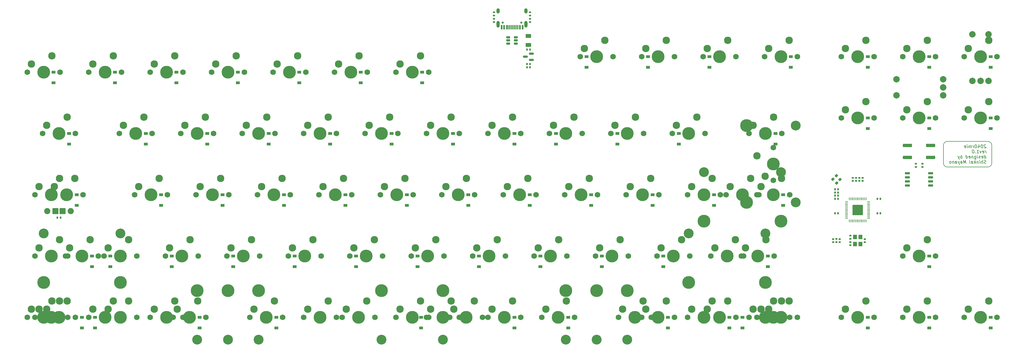
<source format=gbr>
%TF.GenerationSoftware,KiCad,Pcbnew,(6.0.6)*%
%TF.CreationDate,2022-08-29T19:48:57-07:00*%
%TF.ProjectId,2040rmie,32303430-726d-4696-952e-6b696361645f,rev?*%
%TF.SameCoordinates,Original*%
%TF.FileFunction,Soldermask,Bot*%
%TF.FilePolarity,Negative*%
%FSLAX46Y46*%
G04 Gerber Fmt 4.6, Leading zero omitted, Abs format (unit mm)*
G04 Created by KiCad (PCBNEW (6.0.6)) date 2022-08-29 19:48:57*
%MOMM*%
%LPD*%
G01*
G04 APERTURE LIST*
G04 Aperture macros list*
%AMRoundRect*
0 Rectangle with rounded corners*
0 $1 Rounding radius*
0 $2 $3 $4 $5 $6 $7 $8 $9 X,Y pos of 4 corners*
0 Add a 4 corners polygon primitive as box body*
4,1,4,$2,$3,$4,$5,$6,$7,$8,$9,$2,$3,0*
0 Add four circle primitives for the rounded corners*
1,1,$1+$1,$2,$3*
1,1,$1+$1,$4,$5*
1,1,$1+$1,$6,$7*
1,1,$1+$1,$8,$9*
0 Add four rect primitives between the rounded corners*
20,1,$1+$1,$2,$3,$4,$5,0*
20,1,$1+$1,$4,$5,$6,$7,0*
20,1,$1+$1,$6,$7,$8,$9,0*
20,1,$1+$1,$8,$9,$2,$3,0*%
G04 Aperture macros list end*
%ADD10C,0.200000*%
%ADD11C,1.750000*%
%ADD12C,3.987800*%
%ADD13C,2.300000*%
%ADD14RoundRect,0.285750X-0.666750X-0.666750X0.666750X-0.666750X0.666750X0.666750X-0.666750X0.666750X0*%
%ADD15C,1.905000*%
%ADD16C,3.048000*%
%ADD17C,2.000000*%
%ADD18RoundRect,0.140000X-0.140000X-0.170000X0.140000X-0.170000X0.140000X0.170000X-0.140000X0.170000X0*%
%ADD19R,1.200000X0.900000*%
%ADD20RoundRect,0.135000X0.185000X-0.135000X0.185000X0.135000X-0.185000X0.135000X-0.185000X-0.135000X0*%
%ADD21RoundRect,0.140000X0.140000X0.170000X-0.140000X0.170000X-0.140000X-0.170000X0.140000X-0.170000X0*%
%ADD22RoundRect,0.200000X-0.335876X-0.053033X-0.053033X-0.335876X0.335876X0.053033X0.053033X0.335876X0*%
%ADD23RoundRect,0.135000X-0.185000X0.135000X-0.185000X-0.135000X0.185000X-0.135000X0.185000X0.135000X0*%
%ADD24R,1.200000X1.400000*%
%ADD25RoundRect,0.140000X0.170000X-0.140000X0.170000X0.140000X-0.170000X0.140000X-0.170000X-0.140000X0*%
%ADD26RoundRect,0.140000X-0.170000X0.140000X-0.170000X-0.140000X0.170000X-0.140000X0.170000X0.140000X0*%
%ADD27RoundRect,0.150000X0.587500X0.150000X-0.587500X0.150000X-0.587500X-0.150000X0.587500X-0.150000X0*%
%ADD28RoundRect,0.250000X0.625000X-0.375000X0.625000X0.375000X-0.625000X0.375000X-0.625000X-0.375000X0*%
%ADD29RoundRect,0.150000X0.650000X0.150000X-0.650000X0.150000X-0.650000X-0.150000X0.650000X-0.150000X0*%
%ADD30C,0.650000*%
%ADD31R,0.600000X1.450000*%
%ADD32R,0.300000X1.450000*%
%ADD33O,1.000000X1.600000*%
%ADD34O,1.000000X2.100000*%
%ADD35RoundRect,0.135000X-0.135000X-0.185000X0.135000X-0.185000X0.135000X0.185000X-0.135000X0.185000X0*%
%ADD36RoundRect,0.050000X0.387500X0.050000X-0.387500X0.050000X-0.387500X-0.050000X0.387500X-0.050000X0*%
%ADD37RoundRect,0.050000X0.050000X0.387500X-0.050000X0.387500X-0.050000X-0.387500X0.050000X-0.387500X0*%
%ADD38RoundRect,0.144000X1.456000X1.456000X-1.456000X1.456000X-1.456000X-1.456000X1.456000X-1.456000X0*%
%ADD39RoundRect,0.275000X-1.125000X-0.275000X1.125000X-0.275000X1.125000X0.275000X-1.125000X0.275000X0*%
%ADD40RoundRect,0.150000X-0.475000X-0.150000X0.475000X-0.150000X0.475000X0.150000X-0.475000X0.150000X0*%
G04 APERTURE END LIST*
D10*
X345245950Y-86519750D02*
G75*
G03*
X343995950Y-87769750I50J-1250050D01*
G01*
X343995950Y-93269750D02*
X343995950Y-87769750D01*
X357745950Y-94519750D02*
G75*
G03*
X358995950Y-93269750I-50J1250050D01*
G01*
X358995950Y-87769750D02*
G75*
G03*
X357745950Y-86519750I-1250050J-50D01*
G01*
X343995950Y-93269750D02*
G75*
G03*
X345245950Y-94519750I1250050J50D01*
G01*
X357745950Y-94519750D02*
X345245950Y-94519750D01*
X358995950Y-87769750D02*
X358995950Y-93269750D01*
X345245950Y-86519750D02*
X357745950Y-86519750D01*
X357114201Y-87652369D02*
X357060629Y-87604750D01*
X356959439Y-87557130D01*
X356721344Y-87557130D01*
X356632058Y-87604750D01*
X356590391Y-87652369D01*
X356554677Y-87747607D01*
X356566582Y-87842845D01*
X356632058Y-87985702D01*
X357274915Y-88557130D01*
X356655867Y-88557130D01*
X355911820Y-87557130D02*
X355816582Y-87557130D01*
X355727296Y-87604750D01*
X355685629Y-87652369D01*
X355649915Y-87747607D01*
X355626105Y-87938083D01*
X355655867Y-88176178D01*
X355727296Y-88366654D01*
X355786820Y-88461892D01*
X355840391Y-88509511D01*
X355941582Y-88557130D01*
X356036820Y-88557130D01*
X356126105Y-88509511D01*
X356167772Y-88461892D01*
X356203486Y-88366654D01*
X356227296Y-88176178D01*
X356197534Y-87938083D01*
X356126105Y-87747607D01*
X356066582Y-87652369D01*
X356013010Y-87604750D01*
X355911820Y-87557130D01*
X354763010Y-87890464D02*
X354846344Y-88557130D01*
X354953486Y-87509511D02*
X355280867Y-88223797D01*
X354661820Y-88223797D01*
X354007058Y-87557130D02*
X353911820Y-87557130D01*
X353822534Y-87604750D01*
X353780867Y-87652369D01*
X353745153Y-87747607D01*
X353721344Y-87938083D01*
X353751105Y-88176178D01*
X353822534Y-88366654D01*
X353882058Y-88461892D01*
X353935629Y-88509511D01*
X354036820Y-88557130D01*
X354132058Y-88557130D01*
X354221344Y-88509511D01*
X354263010Y-88461892D01*
X354298725Y-88366654D01*
X354322534Y-88176178D01*
X354292772Y-87938083D01*
X354221344Y-87747607D01*
X354161820Y-87652369D01*
X354108248Y-87604750D01*
X354007058Y-87557130D01*
X353370153Y-88557130D02*
X353286820Y-87890464D01*
X353310629Y-88080940D02*
X353251105Y-87985702D01*
X353197534Y-87938083D01*
X353096344Y-87890464D01*
X353001105Y-87890464D01*
X352751105Y-88557130D02*
X352667772Y-87890464D01*
X352679677Y-87985702D02*
X352626105Y-87938083D01*
X352524915Y-87890464D01*
X352382058Y-87890464D01*
X352292772Y-87938083D01*
X352257058Y-88033321D01*
X352322534Y-88557130D01*
X352257058Y-88033321D02*
X352197534Y-87938083D01*
X352096344Y-87890464D01*
X351953486Y-87890464D01*
X351864201Y-87938083D01*
X351828486Y-88033321D01*
X351893963Y-88557130D01*
X351417772Y-88557130D02*
X351334439Y-87890464D01*
X351292772Y-87557130D02*
X351346344Y-87604750D01*
X351304677Y-87652369D01*
X351251105Y-87604750D01*
X351292772Y-87557130D01*
X351304677Y-87652369D01*
X350554677Y-88509511D02*
X350655867Y-88557130D01*
X350846344Y-88557130D01*
X350935629Y-88509511D01*
X350971344Y-88414273D01*
X350923725Y-88033321D01*
X350864201Y-87938083D01*
X350763010Y-87890464D01*
X350572534Y-87890464D01*
X350483248Y-87938083D01*
X350447534Y-88033321D01*
X350459439Y-88128559D01*
X350947534Y-88223797D01*
X357179677Y-90167130D02*
X357096344Y-89500464D01*
X357120153Y-89690940D02*
X357060629Y-89595702D01*
X357007058Y-89548083D01*
X356905867Y-89500464D01*
X356810629Y-89500464D01*
X356173725Y-90119511D02*
X356274915Y-90167130D01*
X356465391Y-90167130D01*
X356554677Y-90119511D01*
X356590391Y-90024273D01*
X356542772Y-89643321D01*
X356483248Y-89548083D01*
X356382058Y-89500464D01*
X356191582Y-89500464D01*
X356102296Y-89548083D01*
X356066582Y-89643321D01*
X356078486Y-89738559D01*
X356566582Y-89833797D01*
X355715391Y-89500464D02*
X355560629Y-90167130D01*
X355239201Y-89500464D01*
X354417772Y-90167130D02*
X354989201Y-90167130D01*
X354703486Y-90167130D02*
X354578486Y-89167130D01*
X354691582Y-89309988D01*
X354798725Y-89405226D01*
X354899915Y-89452845D01*
X353977296Y-90071892D02*
X353935629Y-90119511D01*
X353989201Y-90167130D01*
X354030867Y-90119511D01*
X353977296Y-90071892D01*
X353989201Y-90167130D01*
X353197534Y-89167130D02*
X353102296Y-89167130D01*
X353013010Y-89214750D01*
X352971344Y-89262369D01*
X352935629Y-89357607D01*
X352911820Y-89548083D01*
X352941582Y-89786178D01*
X353013010Y-89976654D01*
X353072534Y-90071892D01*
X353126105Y-90119511D01*
X353227296Y-90167130D01*
X353322534Y-90167130D01*
X353411820Y-90119511D01*
X353453486Y-90071892D01*
X353489201Y-89976654D01*
X353513010Y-89786178D01*
X353483248Y-89548083D01*
X353411820Y-89357607D01*
X353352296Y-89262369D01*
X353298725Y-89214750D01*
X353197534Y-89167130D01*
X356751105Y-91777130D02*
X356626105Y-90777130D01*
X356745153Y-91729511D02*
X356846344Y-91777130D01*
X357036820Y-91777130D01*
X357126105Y-91729511D01*
X357167772Y-91681892D01*
X357203486Y-91586654D01*
X357167772Y-91300940D01*
X357108248Y-91205702D01*
X357054677Y-91158083D01*
X356953486Y-91110464D01*
X356763010Y-91110464D01*
X356673725Y-91158083D01*
X355888010Y-91729511D02*
X355989201Y-91777130D01*
X356179677Y-91777130D01*
X356268963Y-91729511D01*
X356304677Y-91634273D01*
X356257058Y-91253321D01*
X356197534Y-91158083D01*
X356096344Y-91110464D01*
X355905867Y-91110464D01*
X355816582Y-91158083D01*
X355780867Y-91253321D01*
X355792772Y-91348559D01*
X356280867Y-91443797D01*
X355459439Y-91729511D02*
X355370153Y-91777130D01*
X355179677Y-91777130D01*
X355078486Y-91729511D01*
X355018963Y-91634273D01*
X355013010Y-91586654D01*
X355048725Y-91491416D01*
X355138010Y-91443797D01*
X355280867Y-91443797D01*
X355370153Y-91396178D01*
X355405867Y-91300940D01*
X355399915Y-91253321D01*
X355340391Y-91158083D01*
X355239201Y-91110464D01*
X355096344Y-91110464D01*
X355007058Y-91158083D01*
X354608248Y-91777130D02*
X354524915Y-91110464D01*
X354483248Y-90777130D02*
X354536820Y-90824750D01*
X354495153Y-90872369D01*
X354441582Y-90824750D01*
X354483248Y-90777130D01*
X354495153Y-90872369D01*
X353620153Y-91110464D02*
X353721344Y-91919988D01*
X353780867Y-92015226D01*
X353834439Y-92062845D01*
X353935629Y-92110464D01*
X354078486Y-92110464D01*
X354167772Y-92062845D01*
X353697534Y-91729511D02*
X353798725Y-91777130D01*
X353989201Y-91777130D01*
X354078486Y-91729511D01*
X354120153Y-91681892D01*
X354155867Y-91586654D01*
X354120153Y-91300940D01*
X354060629Y-91205702D01*
X354007058Y-91158083D01*
X353905867Y-91110464D01*
X353715391Y-91110464D01*
X353626105Y-91158083D01*
X353143963Y-91110464D02*
X353227296Y-91777130D01*
X353155867Y-91205702D02*
X353102296Y-91158083D01*
X353001105Y-91110464D01*
X352858248Y-91110464D01*
X352768963Y-91158083D01*
X352733248Y-91253321D01*
X352798725Y-91777130D01*
X351935629Y-91729511D02*
X352036820Y-91777130D01*
X352227296Y-91777130D01*
X352316582Y-91729511D01*
X352352296Y-91634273D01*
X352304677Y-91253321D01*
X352245153Y-91158083D01*
X352143963Y-91110464D01*
X351953486Y-91110464D01*
X351864201Y-91158083D01*
X351828486Y-91253321D01*
X351840391Y-91348559D01*
X352328486Y-91443797D01*
X351036820Y-91777130D02*
X350911820Y-90777130D01*
X351030867Y-91729511D02*
X351132058Y-91777130D01*
X351322534Y-91777130D01*
X351411820Y-91729511D01*
X351453486Y-91681892D01*
X351489201Y-91586654D01*
X351453486Y-91300940D01*
X351393963Y-91205702D01*
X351340391Y-91158083D01*
X351239201Y-91110464D01*
X351048725Y-91110464D01*
X350959439Y-91158083D01*
X349798725Y-91777130D02*
X349673725Y-90777130D01*
X349721344Y-91158083D02*
X349620153Y-91110464D01*
X349429677Y-91110464D01*
X349340391Y-91158083D01*
X349298725Y-91205702D01*
X349263010Y-91300940D01*
X349298725Y-91586654D01*
X349358248Y-91681892D01*
X349411820Y-91729511D01*
X349513010Y-91777130D01*
X349703486Y-91777130D01*
X349792772Y-91729511D01*
X348905867Y-91110464D02*
X348751105Y-91777130D01*
X348429677Y-91110464D02*
X348751105Y-91777130D01*
X348876105Y-92015226D01*
X348929677Y-92062845D01*
X349030867Y-92110464D01*
X357221344Y-93339511D02*
X357084439Y-93387130D01*
X356846344Y-93387130D01*
X356745153Y-93339511D01*
X356691582Y-93291892D01*
X356632058Y-93196654D01*
X356620153Y-93101416D01*
X356655867Y-93006178D01*
X356697534Y-92958559D01*
X356786820Y-92910940D01*
X356971344Y-92863321D01*
X357060629Y-92815702D01*
X357102296Y-92768083D01*
X357138010Y-92672845D01*
X357126105Y-92577607D01*
X357066582Y-92482369D01*
X357013010Y-92434750D01*
X356911820Y-92387130D01*
X356673725Y-92387130D01*
X356536820Y-92434750D01*
X356227296Y-93387130D02*
X356102296Y-92387130D01*
X355798725Y-93387130D02*
X355733248Y-92863321D01*
X355768963Y-92768083D01*
X355858248Y-92720464D01*
X356001105Y-92720464D01*
X356102296Y-92768083D01*
X356155867Y-92815702D01*
X355322534Y-93387130D02*
X355239201Y-92720464D01*
X355197534Y-92387130D02*
X355251105Y-92434750D01*
X355209439Y-92482369D01*
X355155867Y-92434750D01*
X355197534Y-92387130D01*
X355209439Y-92482369D01*
X354763010Y-92720464D02*
X354846344Y-93387130D01*
X354774915Y-92815702D02*
X354721344Y-92768083D01*
X354620153Y-92720464D01*
X354477296Y-92720464D01*
X354388010Y-92768083D01*
X354352296Y-92863321D01*
X354417772Y-93387130D01*
X353941582Y-93387130D02*
X353816582Y-92387130D01*
X353798725Y-93006178D02*
X353560629Y-93387130D01*
X353477296Y-92720464D02*
X353905867Y-93101416D01*
X352703486Y-93387130D02*
X352638010Y-92863321D01*
X352673725Y-92768083D01*
X352763010Y-92720464D01*
X352953486Y-92720464D01*
X353054677Y-92768083D01*
X352697534Y-93339511D02*
X352798725Y-93387130D01*
X353036820Y-93387130D01*
X353126105Y-93339511D01*
X353161820Y-93244273D01*
X353149915Y-93149035D01*
X353090391Y-93053797D01*
X352989201Y-93006178D01*
X352751105Y-93006178D01*
X352649915Y-92958559D01*
X352227296Y-93387130D02*
X352143963Y-92720464D01*
X352102296Y-92387130D02*
X352155867Y-92434750D01*
X352114201Y-92482369D01*
X352060629Y-92434750D01*
X352102296Y-92387130D01*
X352114201Y-92482369D01*
X350989201Y-93387130D02*
X350864201Y-92387130D01*
X350620153Y-93101416D01*
X350197534Y-92387130D01*
X350322534Y-93387130D01*
X349417772Y-93387130D02*
X349352296Y-92863321D01*
X349388010Y-92768083D01*
X349477296Y-92720464D01*
X349667772Y-92720464D01*
X349768963Y-92768083D01*
X349411820Y-93339511D02*
X349513010Y-93387130D01*
X349751105Y-93387130D01*
X349840391Y-93339511D01*
X349876105Y-93244273D01*
X349864201Y-93149035D01*
X349804677Y-93053797D01*
X349703486Y-93006178D01*
X349465391Y-93006178D01*
X349364201Y-92958559D01*
X348953486Y-92720464D02*
X348798725Y-93387130D01*
X348477296Y-92720464D02*
X348798725Y-93387130D01*
X348923725Y-93625226D01*
X348977296Y-93672845D01*
X349078486Y-93720464D01*
X347751105Y-93387130D02*
X347685629Y-92863321D01*
X347721344Y-92768083D01*
X347810629Y-92720464D01*
X348001105Y-92720464D01*
X348102296Y-92768083D01*
X347745153Y-93339511D02*
X347846344Y-93387130D01*
X348084439Y-93387130D01*
X348173725Y-93339511D01*
X348209439Y-93244273D01*
X348197534Y-93149035D01*
X348138010Y-93053797D01*
X348036820Y-93006178D01*
X347798725Y-93006178D01*
X347697534Y-92958559D01*
X347191582Y-92720464D02*
X347274915Y-93387130D01*
X347203486Y-92815702D02*
X347149915Y-92768083D01*
X347048725Y-92720464D01*
X346905867Y-92720464D01*
X346816582Y-92768083D01*
X346780867Y-92863321D01*
X346846344Y-93387130D01*
X346227296Y-93387130D02*
X346316582Y-93339511D01*
X346358248Y-93291892D01*
X346393963Y-93196654D01*
X346358248Y-92910940D01*
X346298725Y-92815702D01*
X346245153Y-92768083D01*
X346143963Y-92720464D01*
X346001105Y-92720464D01*
X345911820Y-92768083D01*
X345870153Y-92815702D01*
X345834439Y-92910940D01*
X345870153Y-93196654D01*
X345929677Y-93291892D01*
X345983248Y-93339511D01*
X346084439Y-93387130D01*
X346227296Y-93387130D01*
D11*
%TO.C,MX3-B0*%
X62301250Y-122150000D03*
D12*
X67381250Y-122150000D03*
D11*
X72461250Y-122150000D03*
D13*
X63571250Y-119610000D03*
X69921250Y-117070000D03*
%TD*%
D14*
%TO.C,LED1*%
X70873750Y-108180000D03*
D15*
X73413750Y-108180000D03*
%TD*%
D12*
%TO.C,MX4-7_2*%
X188825000Y-141200000D03*
D11*
X183745000Y-141200000D03*
X193905000Y-141200000D03*
D13*
X185015000Y-138660000D03*
X191365000Y-136120000D03*
%TD*%
D11*
%TO.C,MX3-2*%
X102782500Y-122150000D03*
D12*
X107862500Y-122150000D03*
D11*
X112942500Y-122150000D03*
D13*
X104052500Y-119610000D03*
X110402500Y-117070000D03*
%TD*%
D11*
%TO.C,MX3-13*%
X341542500Y-122150000D03*
X331382500Y-122150000D03*
D12*
X336462500Y-122150000D03*
D13*
X332652500Y-119610000D03*
X339002500Y-117070000D03*
%TD*%
D12*
%TO.C,ST-2_0*%
X226925000Y-132945000D03*
D16*
X226925000Y-148185000D03*
X131675000Y-148185000D03*
D12*
X131675000Y-132945000D03*
%TD*%
D11*
%TO.C,MX0-8*%
X241530000Y-60237500D03*
D12*
X236450000Y-60237500D03*
D11*
X231370000Y-60237500D03*
D13*
X232640000Y-57697500D03*
X238990000Y-55157500D03*
%TD*%
D12*
%TO.C,MX4-0_1*%
X69762500Y-141200000D03*
D11*
X74842500Y-141200000D03*
X64682500Y-141200000D03*
D13*
X65952500Y-138660000D03*
X72302500Y-136120000D03*
%TD*%
D12*
%TO.C,MX4-0_2*%
X67381250Y-141200000D03*
D11*
X72461250Y-141200000D03*
X62301250Y-141200000D03*
D13*
X63571250Y-138660000D03*
X69921250Y-136120000D03*
%TD*%
D11*
%TO.C,MX2-10*%
X274867500Y-103100000D03*
D12*
X269787500Y-103100000D03*
D11*
X264707500Y-103100000D03*
D13*
X265977500Y-100560000D03*
X272327500Y-98020000D03*
%TD*%
D11*
%TO.C,MX4-7_4*%
X201048750Y-141200000D03*
D12*
X195968750Y-141200000D03*
D11*
X190888750Y-141200000D03*
D13*
X192158750Y-138660000D03*
X198508750Y-136120000D03*
%TD*%
D11*
%TO.C,MX1-7*%
X212955000Y-84050000D03*
X202795000Y-84050000D03*
D12*
X207875000Y-84050000D03*
D13*
X204065000Y-81510000D03*
X210415000Y-78970000D03*
%TD*%
D11*
%TO.C,MX0-14*%
X360592500Y-60237500D03*
D12*
X355512500Y-60237500D03*
D11*
X350432500Y-60237500D03*
D13*
X351702500Y-57697500D03*
X358052500Y-55157500D03*
%TD*%
D11*
%TO.C,MX4-4_4*%
X167711250Y-141200000D03*
D12*
X162631250Y-141200000D03*
D11*
X157551250Y-141200000D03*
D13*
X158821250Y-138660000D03*
X165171250Y-136120000D03*
%TD*%
D12*
%TO.C,MX0-2*%
X103100000Y-65000000D03*
D11*
X98020000Y-65000000D03*
X108180000Y-65000000D03*
D13*
X99290000Y-62460000D03*
X105640000Y-59920000D03*
%TD*%
D16*
%TO.C,ST-B1*%
X65000000Y-115165000D03*
X88812500Y-115165000D03*
D12*
X88812500Y-130405000D03*
X65000000Y-130405000D03*
%TD*%
D11*
%TO.C,MX0-13*%
X331382500Y-60237500D03*
D12*
X336462500Y-60237500D03*
D11*
X341542500Y-60237500D03*
D13*
X332652500Y-57697500D03*
X339002500Y-55157500D03*
%TD*%
D12*
%TO.C,MX0-3*%
X122150000Y-65000000D03*
D11*
X127230000Y-65000000D03*
X117070000Y-65000000D03*
D13*
X118340000Y-62460000D03*
X124690000Y-59920000D03*
%TD*%
D12*
%TO.C,MX0-9*%
X255500000Y-60237500D03*
D11*
X260580000Y-60237500D03*
X250420000Y-60237500D03*
D13*
X251690000Y-57697500D03*
X258040000Y-55157500D03*
%TD*%
D11*
%TO.C,MX4-10_0*%
X269470000Y-141200000D03*
X279630000Y-141200000D03*
D12*
X274550000Y-141200000D03*
D13*
X270740000Y-138660000D03*
X277090000Y-136120000D03*
%TD*%
D11*
%TO.C,MX1-14*%
X350432500Y-79287500D03*
D12*
X355512500Y-79287500D03*
D11*
X360592500Y-79287500D03*
D13*
X351702500Y-76747500D03*
X358052500Y-74207500D03*
%TD*%
D11*
%TO.C,MX3-3*%
X121832500Y-122150000D03*
X131992500Y-122150000D03*
D12*
X126912500Y-122150000D03*
D13*
X123102500Y-119610000D03*
X129452500Y-117070000D03*
%TD*%
D12*
%TO.C,ST-A2*%
X282963750Y-81668750D03*
D16*
X298203750Y-105481250D03*
X298203750Y-81668750D03*
D12*
X282963750Y-105481250D03*
%TD*%
D16*
%TO.C,ST-3_0*%
X169775000Y-148185000D03*
D12*
X131675000Y-132945000D03*
X169775000Y-132945000D03*
D16*
X131675000Y-148185000D03*
%TD*%
D12*
%TO.C,MX1-8*%
X226925000Y-84050000D03*
D11*
X232005000Y-84050000D03*
X221845000Y-84050000D03*
D13*
X223115000Y-81510000D03*
X229465000Y-78970000D03*
%TD*%
D11*
%TO.C,MX1-13*%
X331382500Y-79287500D03*
X341542500Y-79287500D03*
D12*
X336462500Y-79287500D03*
D13*
X332652500Y-76747500D03*
X339002500Y-74207500D03*
%TD*%
D11*
%TO.C,MX1-6*%
X183745000Y-84050000D03*
D12*
X188825000Y-84050000D03*
D11*
X193905000Y-84050000D03*
D13*
X185015000Y-81510000D03*
X191365000Y-78970000D03*
%TD*%
D12*
%TO.C,MX4-1_2*%
X88812500Y-141200000D03*
D11*
X83732500Y-141200000D03*
X93892500Y-141200000D03*
D13*
X85002500Y-138660000D03*
X91352500Y-136120000D03*
%TD*%
D12*
%TO.C,ST-3_1*%
X226925000Y-132945000D03*
X188825000Y-132945000D03*
D16*
X188825000Y-148185000D03*
X226925000Y-148185000D03*
%TD*%
D11*
%TO.C,MX4-4_0*%
X184380000Y-141200000D03*
D12*
X179300000Y-141200000D03*
D11*
X174220000Y-141200000D03*
D13*
X175490000Y-138660000D03*
X181840000Y-136120000D03*
%TD*%
D16*
%TO.C,ST-C1*%
X265025000Y-115165000D03*
D12*
X288837500Y-130405000D03*
X265025000Y-130405000D03*
D16*
X288837500Y-115165000D03*
%TD*%
D11*
%TO.C,MX2-A11*%
X276613750Y-103100000D03*
D12*
X281693750Y-103100000D03*
D11*
X286773750Y-103100000D03*
D13*
X277883750Y-100560000D03*
X284233750Y-98020000D03*
%TD*%
D11*
%TO.C,MX3-10*%
X255182500Y-122150000D03*
D12*
X260262500Y-122150000D03*
D11*
X265342500Y-122150000D03*
D13*
X256452500Y-119610000D03*
X262802500Y-117070000D03*
%TD*%
D12*
%TO.C,MX2-1*%
X98337500Y-103100000D03*
D11*
X103417500Y-103100000D03*
X93257500Y-103100000D03*
D13*
X94527500Y-100560000D03*
X100877500Y-98020000D03*
%TD*%
D12*
%TO.C,MX1-4*%
X150725000Y-84050000D03*
D11*
X155805000Y-84050000D03*
X145645000Y-84050000D03*
D13*
X146915000Y-81510000D03*
X153265000Y-78970000D03*
%TD*%
D16*
%TO.C,ST-0_0*%
X236450000Y-148185000D03*
X122150000Y-148185000D03*
D12*
X236450000Y-132945000D03*
X122150000Y-132945000D03*
%TD*%
D11*
%TO.C,MX4-3_4*%
X128976250Y-141200000D03*
D12*
X134056250Y-141200000D03*
D11*
X139136250Y-141200000D03*
D13*
X130246250Y-138660000D03*
X136596250Y-136120000D03*
%TD*%
D11*
%TO.C,MX3-9*%
X246292500Y-122150000D03*
X236132500Y-122150000D03*
D12*
X241212500Y-122150000D03*
D13*
X237402500Y-119610000D03*
X243752500Y-117070000D03*
%TD*%
D12*
%TO.C,MX4-2_2*%
X110243750Y-141200000D03*
D11*
X115323750Y-141200000D03*
X105163750Y-141200000D03*
D13*
X106433750Y-138660000D03*
X112783750Y-136120000D03*
%TD*%
D11*
%TO.C,MX1-12*%
X322492500Y-79287500D03*
D12*
X317412500Y-79287500D03*
D11*
X312332500Y-79287500D03*
D13*
X313602500Y-76747500D03*
X319952500Y-74207500D03*
%TD*%
D12*
%TO.C,MX3-A11*%
X276931250Y-122150000D03*
D11*
X282011250Y-122150000D03*
X271851250Y-122150000D03*
D13*
X273121250Y-119610000D03*
X279471250Y-117070000D03*
%TD*%
D12*
%TO.C,MX2-8*%
X231687500Y-103100000D03*
D11*
X226607500Y-103100000D03*
X236767500Y-103100000D03*
D13*
X227877500Y-100560000D03*
X234227500Y-98020000D03*
%TD*%
D11*
%TO.C,MX2-5*%
X169457500Y-103100000D03*
X179617500Y-103100000D03*
D12*
X174537500Y-103100000D03*
D13*
X170727500Y-100560000D03*
X177077500Y-98020000D03*
%TD*%
D11*
%TO.C,MX2-3*%
X131357500Y-103100000D03*
X141517500Y-103100000D03*
D12*
X136437500Y-103100000D03*
D13*
X132627500Y-100560000D03*
X138977500Y-98020000D03*
%TD*%
D11*
%TO.C,MX3-8*%
X227242500Y-122150000D03*
D12*
X222162500Y-122150000D03*
D11*
X217082500Y-122150000D03*
D13*
X218352500Y-119610000D03*
X224702500Y-117070000D03*
%TD*%
D12*
%TO.C,MX1-11*%
X288837500Y-84050000D03*
D11*
X293917500Y-84050000D03*
X283757500Y-84050000D03*
D13*
X285027500Y-81510000D03*
X291377500Y-78970000D03*
%TD*%
D11*
%TO.C,MX4-13*%
X341542500Y-141200000D03*
D12*
X336462500Y-141200000D03*
D11*
X331382500Y-141200000D03*
D13*
X332652500Y-138660000D03*
X339002500Y-136120000D03*
%TD*%
D11*
%TO.C,MX1-1*%
X88495000Y-84050000D03*
D12*
X93575000Y-84050000D03*
D11*
X98655000Y-84050000D03*
D13*
X89765000Y-81510000D03*
X96115000Y-78970000D03*
%TD*%
D11*
%TO.C,MX3-4*%
X151042500Y-122150000D03*
D12*
X145962500Y-122150000D03*
D11*
X140882500Y-122150000D03*
D13*
X142152500Y-119610000D03*
X148502500Y-117070000D03*
%TD*%
D11*
%TO.C,MX3-5*%
X170092500Y-122150000D03*
D12*
X165012500Y-122150000D03*
D11*
X159932500Y-122150000D03*
D13*
X161202500Y-119610000D03*
X167552500Y-117070000D03*
%TD*%
D12*
%TO.C,MX0-12*%
X317412500Y-60237500D03*
D11*
X322492500Y-60237500D03*
X312332500Y-60237500D03*
D13*
X313602500Y-57697500D03*
X319952500Y-55157500D03*
%TD*%
D11*
%TO.C,MX2-C11*%
X291218750Y-88495000D03*
D12*
X291218750Y-93575000D03*
D11*
X291218750Y-98655000D03*
D13*
X288678750Y-97385000D03*
X286138750Y-91035000D03*
%TD*%
D12*
%TO.C,MX4-9_2*%
X248356250Y-141200000D03*
D11*
X243276250Y-141200000D03*
X253436250Y-141200000D03*
D13*
X244546250Y-138660000D03*
X250896250Y-136120000D03*
%TD*%
D14*
%TO.C,LED2*%
X68651250Y-108180000D03*
D15*
X66111250Y-108180000D03*
%TD*%
D11*
%TO.C,MX4-4_3*%
X145645000Y-141200000D03*
D12*
X150725000Y-141200000D03*
D11*
X155805000Y-141200000D03*
D13*
X146915000Y-138660000D03*
X153265000Y-136120000D03*
%TD*%
D12*
%TO.C,ST-1_0*%
X112625000Y-132945000D03*
D16*
X245975000Y-148185000D03*
X112625000Y-148185000D03*
D12*
X245975000Y-132945000D03*
%TD*%
D11*
%TO.C,MX1-2*%
X107545000Y-84050000D03*
D12*
X112625000Y-84050000D03*
D11*
X117705000Y-84050000D03*
D13*
X108815000Y-81510000D03*
X115165000Y-78970000D03*
%TD*%
D12*
%TO.C,MX1-10*%
X265025000Y-84050000D03*
D11*
X259945000Y-84050000D03*
X270105000Y-84050000D03*
D13*
X261215000Y-81510000D03*
X267565000Y-78970000D03*
%TD*%
D12*
%TO.C,MX4-2_0*%
X103100000Y-141200000D03*
D11*
X98020000Y-141200000D03*
X108180000Y-141200000D03*
D13*
X99290000Y-138660000D03*
X105640000Y-136120000D03*
%TD*%
D11*
%TO.C,MX1-3*%
X126595000Y-84050000D03*
D12*
X131675000Y-84050000D03*
D11*
X136755000Y-84050000D03*
D13*
X127865000Y-81510000D03*
X134215000Y-78970000D03*
%TD*%
D11*
%TO.C,MX4-12*%
X312332500Y-141200000D03*
D12*
X317412500Y-141200000D03*
D11*
X322492500Y-141200000D03*
D13*
X313602500Y-138660000D03*
X319952500Y-136120000D03*
%TD*%
D11*
%TO.C,MX1-5*%
X164695000Y-84050000D03*
D12*
X169775000Y-84050000D03*
D11*
X174855000Y-84050000D03*
D13*
X165965000Y-81510000D03*
X172315000Y-78970000D03*
%TD*%
D11*
%TO.C,MX2-6*%
X188507500Y-103100000D03*
D12*
X193587500Y-103100000D03*
D11*
X198667500Y-103100000D03*
D13*
X189777500Y-100560000D03*
X196127500Y-98020000D03*
%TD*%
D11*
%TO.C,MX4-11_2*%
X286138750Y-141200000D03*
X296298750Y-141200000D03*
D12*
X291218750Y-141200000D03*
D13*
X287408750Y-138660000D03*
X293758750Y-136120000D03*
%TD*%
D17*
%TO.C,RE2*%
X343962500Y-72262500D03*
X343962500Y-67262500D03*
X343962500Y-69762500D03*
X329462500Y-67262500D03*
X329462500Y-72262500D03*
%TD*%
D11*
%TO.C,MX4-8_4*%
X229623750Y-141200000D03*
D12*
X224543750Y-141200000D03*
D11*
X219463750Y-141200000D03*
D13*
X220733750Y-138660000D03*
X227083750Y-136120000D03*
%TD*%
D11*
%TO.C,MX2-7*%
X217717500Y-103100000D03*
D12*
X212637500Y-103100000D03*
D11*
X207557500Y-103100000D03*
D13*
X208827500Y-100560000D03*
X215177500Y-98020000D03*
%TD*%
D11*
%TO.C,MX2-9*%
X255817500Y-103100000D03*
D12*
X250737500Y-103100000D03*
D11*
X245657500Y-103100000D03*
D13*
X246927500Y-100560000D03*
X253277500Y-98020000D03*
%TD*%
D11*
%TO.C,MX3-B11*%
X281376250Y-122150000D03*
X291536250Y-122150000D03*
D12*
X286456250Y-122150000D03*
D13*
X282646250Y-119610000D03*
X288996250Y-117070000D03*
%TD*%
D12*
%TO.C,MX4-11_0*%
X293600000Y-141200000D03*
D11*
X298680000Y-141200000D03*
X288520000Y-141200000D03*
D13*
X289790000Y-138660000D03*
X296140000Y-136120000D03*
%TD*%
D11*
%TO.C,MX4-1_0*%
X78970000Y-141200000D03*
X89130000Y-141200000D03*
D12*
X84050000Y-141200000D03*
D13*
X80240000Y-138660000D03*
X86590000Y-136120000D03*
%TD*%
D11*
%TO.C,MX4-10_2*%
X264707500Y-141200000D03*
D12*
X269787500Y-141200000D03*
D11*
X274867500Y-141200000D03*
D13*
X265977500Y-138660000D03*
X272327500Y-136120000D03*
%TD*%
D12*
%TO.C,ST-A1*%
X269787500Y-111355000D03*
X293600000Y-111355000D03*
D16*
X293600000Y-96115000D03*
X269787500Y-96115000D03*
%TD*%
D12*
%TO.C,MX0-5*%
X160250000Y-65000000D03*
D11*
X165330000Y-65000000D03*
X155170000Y-65000000D03*
D13*
X156440000Y-62460000D03*
X162790000Y-59920000D03*
%TD*%
D11*
%TO.C,MX4-11_1*%
X283757500Y-141200000D03*
D12*
X288837500Y-141200000D03*
D11*
X293917500Y-141200000D03*
D13*
X285027500Y-138660000D03*
X291377500Y-136120000D03*
%TD*%
D11*
%TO.C,MX0-1*%
X89130000Y-65000000D03*
D12*
X84050000Y-65000000D03*
D11*
X78970000Y-65000000D03*
D13*
X80240000Y-62460000D03*
X86590000Y-59920000D03*
%TD*%
D11*
%TO.C,MX3-1*%
X93892500Y-122150000D03*
X83732500Y-122150000D03*
D12*
X88812500Y-122150000D03*
D13*
X85002500Y-119610000D03*
X91352500Y-117070000D03*
%TD*%
D11*
%TO.C,MX3-7*%
X208192500Y-122150000D03*
D12*
X203112500Y-122150000D03*
D11*
X198032500Y-122150000D03*
D13*
X199302500Y-119610000D03*
X205652500Y-117070000D03*
%TD*%
D11*
%TO.C,MX0-6*%
X174220000Y-65000000D03*
X184380000Y-65000000D03*
D12*
X179300000Y-65000000D03*
D13*
X175490000Y-62460000D03*
X181840000Y-59920000D03*
%TD*%
D11*
%TO.C,MX2-B0*%
X62301250Y-103100000D03*
D12*
X67381250Y-103100000D03*
D11*
X72461250Y-103100000D03*
D13*
X63571250Y-100560000D03*
X69921250Y-98020000D03*
%TD*%
D12*
%TO.C,MX4-9_0*%
X255500000Y-141200000D03*
D11*
X260580000Y-141200000D03*
X250420000Y-141200000D03*
D13*
X251690000Y-138660000D03*
X258040000Y-136120000D03*
%TD*%
D12*
%TO.C,MX4-0_0*%
X65000000Y-141200000D03*
D11*
X59920000Y-141200000D03*
X70080000Y-141200000D03*
D13*
X61190000Y-138660000D03*
X67540000Y-136120000D03*
%TD*%
D17*
%TO.C,RE1*%
X353012500Y-67737500D03*
X358012500Y-67737500D03*
X355512500Y-67737500D03*
X358012500Y-53237500D03*
X353012500Y-53237500D03*
%TD*%
D11*
%TO.C,MX2-2*%
X112307500Y-103100000D03*
D12*
X117387500Y-103100000D03*
D11*
X122467500Y-103100000D03*
D13*
X113577500Y-100560000D03*
X119927500Y-98020000D03*
%TD*%
D12*
%TO.C,MX0-11*%
X293600000Y-60237500D03*
D11*
X288520000Y-60237500D03*
X298680000Y-60237500D03*
D13*
X289790000Y-57697500D03*
X296140000Y-55157500D03*
%TD*%
D11*
%TO.C,MX1-9*%
X251055000Y-84050000D03*
D12*
X245975000Y-84050000D03*
D11*
X240895000Y-84050000D03*
D13*
X242165000Y-81510000D03*
X248515000Y-78970000D03*
%TD*%
D11*
%TO.C,MX2-4*%
X160567500Y-103100000D03*
X150407500Y-103100000D03*
D12*
X155487500Y-103100000D03*
D13*
X151677500Y-100560000D03*
X158027500Y-98020000D03*
%TD*%
D11*
%TO.C,MX4-14*%
X360592500Y-141200000D03*
D12*
X355512500Y-141200000D03*
D11*
X350432500Y-141200000D03*
D13*
X351702500Y-138660000D03*
X358052500Y-136120000D03*
%TD*%
D12*
%TO.C,MX1-0*%
X69762500Y-84050000D03*
D11*
X74842500Y-84050000D03*
X64682500Y-84050000D03*
D13*
X65952500Y-81510000D03*
X72302500Y-78970000D03*
%TD*%
D11*
%TO.C,MX2-A0*%
X77223750Y-103100000D03*
D12*
X72143750Y-103100000D03*
D11*
X67063750Y-103100000D03*
D13*
X68333750Y-100560000D03*
X74683750Y-98020000D03*
%TD*%
D11*
%TO.C,MX3-A0*%
X81986250Y-122150000D03*
X71826250Y-122150000D03*
D12*
X76906250Y-122150000D03*
D13*
X73096250Y-119610000D03*
X79446250Y-117070000D03*
%TD*%
D11*
%TO.C,MX3-6*%
X178982500Y-122150000D03*
X189142500Y-122150000D03*
D12*
X184062500Y-122150000D03*
D13*
X180252500Y-119610000D03*
X186602500Y-117070000D03*
%TD*%
D11*
%TO.C,MX4-7_3*%
X212955000Y-141200000D03*
X202795000Y-141200000D03*
D12*
X207875000Y-141200000D03*
D13*
X204065000Y-138660000D03*
X210415000Y-136120000D03*
%TD*%
D12*
%TO.C,MX2-B11*%
X291218750Y-103100000D03*
D11*
X286138750Y-103100000D03*
X296298750Y-103100000D03*
D13*
X287408750Y-100560000D03*
X293758750Y-98020000D03*
%TD*%
D12*
%TO.C,MX0-0*%
X65000000Y-65000000D03*
D11*
X70080000Y-65000000D03*
X59920000Y-65000000D03*
D13*
X61190000Y-62460000D03*
X67540000Y-59920000D03*
%TD*%
D11*
%TO.C,MX0-10*%
X279630000Y-60237500D03*
X269470000Y-60237500D03*
D12*
X274550000Y-60237500D03*
D13*
X270740000Y-57697500D03*
X277090000Y-55157500D03*
%TD*%
D12*
%TO.C,MX0-4*%
X141200000Y-65000000D03*
D11*
X136120000Y-65000000D03*
X146280000Y-65000000D03*
D13*
X137390000Y-62460000D03*
X143740000Y-59920000D03*
%TD*%
D18*
%TO.C,C17*%
X323502500Y-104425000D03*
X324462500Y-104425000D03*
%TD*%
D19*
%TO.C,D57*%
X113343750Y-144500000D03*
X113343750Y-141200000D03*
%TD*%
%TO.C,D41*%
X294318750Y-106400000D03*
X294318750Y-103100000D03*
%TD*%
D20*
%TO.C,R4*%
X315162500Y-116859375D03*
X315162500Y-115839375D03*
%TD*%
D21*
%TO.C,C11*%
X311322500Y-102425000D03*
X310362500Y-102425000D03*
%TD*%
D19*
%TO.C,D46*%
X142862500Y-125450000D03*
X142862500Y-122150000D03*
%TD*%
%TO.C,D34*%
X158587500Y-106400000D03*
X158587500Y-103100000D03*
%TD*%
%TO.C,D3*%
X106200000Y-68300000D03*
X106200000Y-65000000D03*
%TD*%
D22*
%TO.C,R2*%
X310789466Y-97223808D03*
X311956192Y-98390534D03*
%TD*%
D18*
%TO.C,C19*%
X323502500Y-108862500D03*
X324462500Y-108862500D03*
%TD*%
D23*
%TO.C,R9*%
X310842500Y-116877500D03*
X310842500Y-117897500D03*
%TD*%
D24*
%TO.C,Y1*%
X316562500Y-118487500D03*
X316562500Y-116287500D03*
X318262500Y-116287500D03*
X318262500Y-118487500D03*
%TD*%
D21*
%TO.C,C7*%
X311322500Y-101425000D03*
X310362500Y-101425000D03*
%TD*%
D19*
%TO.C,D12*%
X320512500Y-63537500D03*
X320512500Y-60237500D03*
%TD*%
%TO.C,D5*%
X144300000Y-68300000D03*
X144300000Y-65000000D03*
%TD*%
%TO.C,D48*%
X180962500Y-125450000D03*
X180962500Y-122150000D03*
%TD*%
D25*
%TO.C,C2*%
X315162500Y-118829375D03*
X315162500Y-117869375D03*
%TD*%
D19*
%TO.C,D65*%
X320512500Y-144500000D03*
X320512500Y-141200000D03*
%TD*%
%TO.C,D26*%
X291937500Y-87350000D03*
X291937500Y-84050000D03*
%TD*%
%TO.C,D1*%
X68100000Y-68300000D03*
X68100000Y-65000000D03*
%TD*%
%TO.C,D39*%
X253837500Y-106400000D03*
X253837500Y-103100000D03*
%TD*%
%TO.C,D49*%
X200012500Y-125450000D03*
X200012500Y-122150000D03*
%TD*%
%TO.C,D10*%
X271450000Y-63537500D03*
X271450000Y-60237500D03*
%TD*%
D25*
%TO.C,C8*%
X317912500Y-98817500D03*
X317912500Y-97857500D03*
%TD*%
D19*
%TO.C,D43*%
X85712500Y-125450000D03*
X85712500Y-122150000D03*
%TD*%
%TO.C,D16*%
X96675000Y-87350000D03*
X96675000Y-84050000D03*
%TD*%
%TO.C,D61*%
X227643750Y-144500000D03*
X227643750Y-141200000D03*
%TD*%
D26*
%TO.C,C20*%
X311842500Y-116907500D03*
X311842500Y-117867500D03*
%TD*%
D19*
%TO.C,D54*%
X339562500Y-125450000D03*
X339562500Y-122150000D03*
%TD*%
%TO.C,D58*%
X137156250Y-144500000D03*
X137156250Y-141200000D03*
%TD*%
D27*
%TO.C,U4*%
X216276250Y-59287500D03*
X216276250Y-61187500D03*
X214401250Y-60237500D03*
%TD*%
D19*
%TO.C,D33*%
X139537500Y-106400000D03*
X139537500Y-103100000D03*
%TD*%
%TO.C,D7*%
X182400000Y-68300000D03*
X182400000Y-65000000D03*
%TD*%
D22*
%TO.C,R3*%
X309728807Y-98284467D03*
X310895533Y-99451193D03*
%TD*%
D19*
%TO.C,D11*%
X296700000Y-63537500D03*
X296700000Y-60237500D03*
%TD*%
D28*
%TO.C,F1*%
X215338750Y-56557500D03*
X215338750Y-53757500D03*
%TD*%
D19*
%TO.C,D47*%
X161912500Y-125450000D03*
X161912500Y-122150000D03*
%TD*%
%TO.C,D22*%
X210975000Y-87350000D03*
X210975000Y-84050000D03*
%TD*%
%TO.C,D30*%
X75243750Y-106400000D03*
X75243750Y-103100000D03*
%TD*%
%TO.C,D37*%
X215737500Y-106400000D03*
X215737500Y-103100000D03*
%TD*%
%TO.C,D42*%
X80006250Y-125450000D03*
X80006250Y-122150000D03*
%TD*%
D18*
%TO.C,C10*%
X214858750Y-63487500D03*
X215818750Y-63487500D03*
%TD*%
D19*
%TO.C,D9*%
X252400000Y-63537500D03*
X252400000Y-60237500D03*
%TD*%
D26*
%TO.C,C9*%
X309842500Y-116907500D03*
X309842500Y-117867500D03*
%TD*%
D19*
%TO.C,D24*%
X242875000Y-87350000D03*
X242875000Y-84050000D03*
%TD*%
D29*
%TO.C,U3*%
X340062500Y-96432500D03*
X340062500Y-97702500D03*
X340062500Y-98972500D03*
X340062500Y-100242500D03*
X332862500Y-100242500D03*
X332862500Y-98972500D03*
X332862500Y-97702500D03*
X332862500Y-96432500D03*
%TD*%
D19*
%TO.C,D4*%
X125250000Y-68300000D03*
X125250000Y-65000000D03*
%TD*%
D25*
%TO.C,C13*%
X316912500Y-98817500D03*
X316912500Y-97857500D03*
%TD*%
D26*
%TO.C,C4*%
X335462500Y-93506000D03*
X335462500Y-94466000D03*
%TD*%
D23*
%TO.C,R7*%
X215818750Y-46417500D03*
X215818750Y-47437500D03*
%TD*%
%TO.C,R8*%
X337462500Y-93476000D03*
X337462500Y-94496000D03*
%TD*%
D30*
%TO.C,USB1*%
X213138750Y-49612500D03*
X207358750Y-49612500D03*
D31*
X206998750Y-51057500D03*
X207798750Y-51057500D03*
D32*
X208998750Y-51057500D03*
X209998750Y-51057500D03*
X210498750Y-51057500D03*
X211498750Y-51057500D03*
D31*
X212698750Y-51057500D03*
X213498750Y-51057500D03*
X213498750Y-51057500D03*
X212698750Y-51057500D03*
D32*
X211998750Y-51057500D03*
X210998750Y-51057500D03*
X209498750Y-51057500D03*
X208498750Y-51057500D03*
D31*
X207798750Y-51057500D03*
X206998750Y-51057500D03*
D33*
X214568750Y-45962500D03*
D34*
X214568750Y-50142500D03*
X205928750Y-50142500D03*
D33*
X205928750Y-45962500D03*
%TD*%
D19*
%TO.C,D25*%
X261925000Y-87350000D03*
X261925000Y-84050000D03*
%TD*%
%TO.C,D18*%
X134775000Y-87350000D03*
X134775000Y-84050000D03*
%TD*%
%TO.C,D55*%
X76906250Y-144500000D03*
X76906250Y-141200000D03*
%TD*%
%TO.C,D40*%
X272887500Y-106400000D03*
X272887500Y-103100000D03*
%TD*%
D35*
%TO.C,R1*%
X69252500Y-110260000D03*
X70272500Y-110260000D03*
%TD*%
D26*
%TO.C,C3*%
X204678750Y-46447500D03*
X204678750Y-47407500D03*
%TD*%
D25*
%TO.C,C14*%
X318912500Y-98817500D03*
X318912500Y-97857500D03*
%TD*%
D19*
%TO.C,D66*%
X339562500Y-144500000D03*
X339562500Y-141200000D03*
%TD*%
%TO.C,D52*%
X257162500Y-125450000D03*
X257162500Y-122150000D03*
%TD*%
%TO.C,D13*%
X339562500Y-63537500D03*
X339562500Y-60237500D03*
%TD*%
%TO.C,D8*%
X233350000Y-63537500D03*
X233350000Y-60237500D03*
%TD*%
%TO.C,D17*%
X115725000Y-87350000D03*
X115725000Y-84050000D03*
%TD*%
%TO.C,D50*%
X219062500Y-125450000D03*
X219062500Y-122150000D03*
%TD*%
%TO.C,D59*%
X182081950Y-144500000D03*
X182081950Y-141200000D03*
%TD*%
%TO.C,D28*%
X339562500Y-82587500D03*
X339562500Y-79287500D03*
%TD*%
%TO.C,D31*%
X101437500Y-106400000D03*
X101437500Y-103100000D03*
%TD*%
%TO.C,D14*%
X358612500Y-63537500D03*
X358612500Y-60237500D03*
%TD*%
D25*
%TO.C,C1*%
X319662500Y-117867500D03*
X319662500Y-116907500D03*
%TD*%
D36*
%TO.C,U1*%
X320850000Y-105262500D03*
X320850000Y-105662500D03*
X320850000Y-106062500D03*
X320850000Y-106462500D03*
X320850000Y-106862500D03*
X320850000Y-107262500D03*
X320850000Y-107662500D03*
X320850000Y-108062500D03*
X320850000Y-108462500D03*
X320850000Y-108862500D03*
X320850000Y-109262500D03*
X320850000Y-109662500D03*
X320850000Y-110062500D03*
X320850000Y-110462500D03*
D37*
X320012500Y-111300000D03*
X319612500Y-111300000D03*
X319212500Y-111300000D03*
X318812500Y-111300000D03*
X318412500Y-111300000D03*
X318012500Y-111300000D03*
X317612500Y-111300000D03*
X317212500Y-111300000D03*
X316812500Y-111300000D03*
X316412500Y-111300000D03*
X316012500Y-111300000D03*
X315612500Y-111300000D03*
X315212500Y-111300000D03*
X314812500Y-111300000D03*
D36*
X313975000Y-110462500D03*
X313975000Y-110062500D03*
X313975000Y-109662500D03*
X313975000Y-109262500D03*
X313975000Y-108862500D03*
X313975000Y-108462500D03*
X313975000Y-108062500D03*
X313975000Y-107662500D03*
X313975000Y-107262500D03*
X313975000Y-106862500D03*
X313975000Y-106462500D03*
X313975000Y-106062500D03*
X313975000Y-105662500D03*
X313975000Y-105262500D03*
D37*
X314812500Y-104425000D03*
X315212500Y-104425000D03*
X315612500Y-104425000D03*
X316012500Y-104425000D03*
X316412500Y-104425000D03*
X316812500Y-104425000D03*
X317212500Y-104425000D03*
X317612500Y-104425000D03*
X318012500Y-104425000D03*
X318412500Y-104425000D03*
X318812500Y-104425000D03*
X319212500Y-104425000D03*
X319612500Y-104425000D03*
X320012500Y-104425000D03*
D38*
X317412500Y-107862500D03*
%TD*%
D18*
%TO.C,C6*%
X214858750Y-62487500D03*
X215818750Y-62487500D03*
%TD*%
D19*
%TO.C,D53*%
X289556250Y-125450000D03*
X289556250Y-122150000D03*
%TD*%
%TO.C,D35*%
X177637500Y-106400000D03*
X177637500Y-103100000D03*
%TD*%
D20*
%TO.C,R6*%
X215818750Y-49437500D03*
X215818750Y-48417500D03*
%TD*%
D19*
%TO.C,D36*%
X196687500Y-106400000D03*
X196687500Y-103100000D03*
%TD*%
%TO.C,D6*%
X163350000Y-68300000D03*
X163350000Y-65000000D03*
%TD*%
%TO.C,D45*%
X123812500Y-125450000D03*
X123812500Y-122150000D03*
%TD*%
D21*
%TO.C,C16*%
X311322500Y-104425000D03*
X310362500Y-104425000D03*
%TD*%
D19*
%TO.C,D2*%
X87150000Y-68300000D03*
X87150000Y-65000000D03*
%TD*%
D39*
%TO.C,Reset1*%
X340062500Y-91494500D03*
X332862500Y-91494500D03*
X332862500Y-87794500D03*
X340062500Y-87794500D03*
%TD*%
D19*
%TO.C,D19*%
X153825000Y-87350000D03*
X153825000Y-84050000D03*
%TD*%
%TO.C,D60*%
X210975000Y-144500000D03*
X210975000Y-141200000D03*
%TD*%
%TO.C,D51*%
X238112500Y-125450000D03*
X238112500Y-122150000D03*
%TD*%
%TO.C,D38*%
X234787500Y-106400000D03*
X234787500Y-103100000D03*
%TD*%
D20*
%TO.C,R5*%
X204678750Y-49437500D03*
X204678750Y-48417500D03*
%TD*%
D18*
%TO.C,C5*%
X214858750Y-57987500D03*
X215818750Y-57987500D03*
%TD*%
D21*
%TO.C,C15*%
X311322500Y-103425000D03*
X310362500Y-103425000D03*
%TD*%
D19*
%TO.C,D27*%
X320512500Y-82587500D03*
X320512500Y-79287500D03*
%TD*%
%TO.C,D32*%
X120487500Y-106400000D03*
X120487500Y-103100000D03*
%TD*%
%TO.C,D67*%
X358612500Y-144500000D03*
X358612500Y-141200000D03*
%TD*%
%TO.C,D23*%
X223825000Y-87350000D03*
X223825000Y-84050000D03*
%TD*%
%TO.C,D56*%
X80950000Y-144500000D03*
X80950000Y-141200000D03*
%TD*%
%TO.C,D20*%
X172875000Y-87350000D03*
X172875000Y-84050000D03*
%TD*%
D40*
%TO.C,U2*%
X209073750Y-56107500D03*
X209073750Y-55157500D03*
X209073750Y-54207500D03*
X211423750Y-54207500D03*
X211423750Y-55157500D03*
X211423750Y-56107500D03*
%TD*%
D19*
%TO.C,D62*%
X258600000Y-144500000D03*
X258600000Y-141200000D03*
%TD*%
%TO.C,D15*%
X72862500Y-87350000D03*
X72862500Y-84050000D03*
%TD*%
D21*
%TO.C,C18*%
X311322500Y-108862500D03*
X310362500Y-108862500D03*
%TD*%
D19*
%TO.C,D44*%
X104762500Y-125450000D03*
X104762500Y-122150000D03*
%TD*%
%TO.C,D63*%
X277650000Y-144500000D03*
X277650000Y-141200000D03*
%TD*%
D25*
%TO.C,C12*%
X315912500Y-98817500D03*
X315912500Y-97857500D03*
%TD*%
D19*
%TO.C,D29*%
X358612500Y-82587500D03*
X358612500Y-79287500D03*
%TD*%
%TO.C,D64*%
X281693750Y-144500000D03*
X281693750Y-141200000D03*
%TD*%
%TO.C,D21*%
X191925000Y-87350000D03*
X191925000Y-84050000D03*
%TD*%
M02*

</source>
